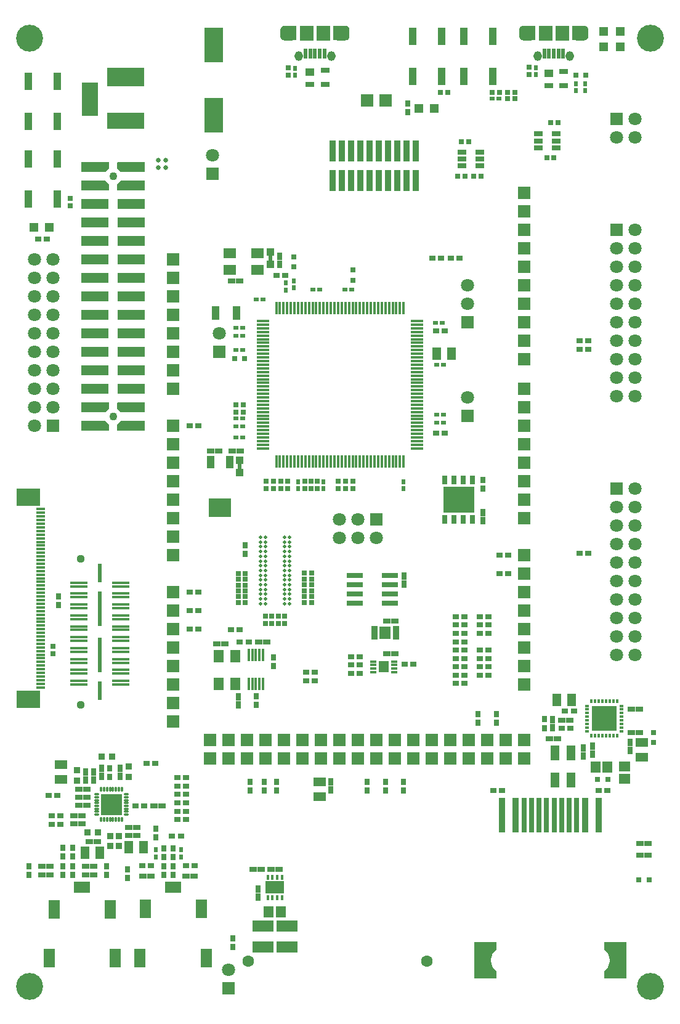
<source format=gts>
G04 Layer_Color=8388736*
%FSLAX43Y43*%
%MOMM*%
G71*
G01*
G75*
%ADD100C,0.700*%
%ADD105C,1.600*%
%ADD163R,0.510X0.900*%
%ADD164R,0.850X1.950*%
%ADD165R,0.650X0.700*%
%ADD166R,0.700X0.650*%
%ADD167R,0.900X0.750*%
%ADD168R,0.750X0.600*%
%ADD169R,0.600X0.750*%
%ADD170R,1.700X1.400*%
%ADD171R,1.100X2.350*%
%ADD172R,2.900X1.500*%
%ADD173R,0.750X0.900*%
%ADD174R,1.192X1.700*%
%ADD175R,0.800X0.800*%
%ADD176R,0.800X0.800*%
%ADD177R,1.050X1.100*%
%ADD178R,1.000X0.700*%
%ADD179R,0.700X1.000*%
%ADD180R,0.862X0.862*%
%ADD181R,0.862X0.862*%
%ADD182R,0.600X0.700*%
%ADD183R,1.700X1.192*%
%ADD184R,1.600X1.450*%
%ADD185R,1.450X1.600*%
%ADD186R,2.300X1.600*%
%ADD187R,1.600X2.500*%
%ADD188R,1.200X1.100*%
%ADD189R,1.200X0.700*%
%ADD190R,1.300X1.300*%
%ADD191R,1.300X1.300*%
%ADD192R,0.500X1.450*%
%ADD193R,1.150X0.700*%
%ADD194R,1.050X1.850*%
%ADD195R,2.600X4.700*%
%ADD196R,2.300X0.700*%
%ADD197R,0.400X1.800*%
%ADD198O,0.400X1.800*%
%ADD199O,1.800X0.400*%
%ADD200R,1.400X1.500*%
%ADD201R,0.950X0.400*%
%ADD202R,0.330X0.600*%
%ADD203R,3.500X3.500*%
%ADD204R,0.600X0.330*%
%ADD205C,0.470*%
%ADD206R,4.200X3.600*%
%ADD207R,0.700X1.200*%
%ADD208R,2.600X1.800*%
%ADD209R,0.450X0.775*%
%ADD210R,0.850X0.450*%
%ADD211R,1.550X1.750*%
%ADD212O,0.300X0.800*%
%ADD213O,0.800X0.300*%
%ADD214R,2.900X2.900*%
%ADD215R,1.400X1.700*%
%ADD216R,1.100X1.700*%
%ADD217R,3.100X2.600*%
%ADD218R,1.300X2.100*%
%ADD219R,2.100X5.000*%
%ADD220R,0.910X4.700*%
%ADD221R,0.710X4.700*%
%ADD222R,1.200X0.400*%
%ADD223R,3.200X2.400*%
%ADD224R,3.300X1.370*%
%ADD225R,3.783X1.370*%
%ADD226R,0.840X2.890*%
%ADD227R,0.530X4.800*%
%ADD228R,0.530X2.640*%
%ADD229R,2.370X0.380*%
%ADD230R,1.900X2.000*%
%ADD231C,3.700*%
%ADD232R,1.800X1.800*%
%ADD233C,1.800*%
%ADD234C,0.100*%
G04:AMPARAMS|DCode=235|XSize=2.2mm|YSize=2mm|CornerRadius=0.544mm|HoleSize=0mm|Usage=FLASHONLY|Rotation=0.000|XOffset=0mm|YOffset=0mm|HoleType=Round|Shape=RoundedRectangle|*
%AMROUNDEDRECTD235*
21,1,2.200,0.912,0,0,0.0*
21,1,1.112,2.000,0,0,0.0*
1,1,1.088,0.556,-0.456*
1,1,1.088,-0.556,-0.456*
1,1,1.088,-0.556,0.456*
1,1,1.088,0.556,0.456*
%
%ADD235ROUNDEDRECTD235*%
G04:AMPARAMS|DCode=236|XSize=1.15mm|YSize=1.35mm|CornerRadius=0.575mm|HoleSize=0mm|Usage=FLASHONLY|Rotation=180.000|XOffset=0mm|YOffset=0mm|HoleType=Round|Shape=RoundedRectangle|*
%AMROUNDEDRECTD236*
21,1,1.150,0.200,0,0,180.0*
21,1,0.000,1.350,0,0,180.0*
1,1,1.150,0.000,0.100*
1,1,1.150,0.000,0.100*
1,1,1.150,0.000,-0.100*
1,1,1.150,0.000,-0.100*
%
%ADD236ROUNDEDRECTD236*%
%ADD237R,1.800X1.800*%
%ADD238R,0.100X0.100*%
%ADD239R,2.300X4.600*%
%ADD240R,5.100X2.300*%
%ADD241R,5.100X2.500*%
%ADD242C,1.100*%
%ADD243C,1.120*%
%ADD244C,0.650*%
G36*
X-76810Y-52430D02*
X-76801Y-52432D01*
X-76792Y-52437D01*
X-76784Y-52443D01*
X-76778Y-52451D01*
X-76774Y-52460D01*
X-76771Y-52469D01*
X-76770Y-52479D01*
Y-53299D01*
X-76770Y-53299D01*
X-76770Y-53304D01*
X-76771Y-53309D01*
X-76773Y-53316D01*
X-76774Y-53318D01*
X-76778Y-53327D01*
X-76784Y-53334D01*
X-77234Y-53784D01*
X-77234Y-53784D01*
X-77238Y-53787D01*
X-77242Y-53791D01*
X-77251Y-53795D01*
X-77260Y-53798D01*
X-77261Y-53798D01*
X-77270Y-53799D01*
X-77270Y-53799D01*
X-80500D01*
X-80510Y-53798D01*
X-80519Y-53795D01*
X-80528Y-53791D01*
X-80536Y-53784D01*
X-80542Y-53777D01*
X-80546Y-53768D01*
X-80549Y-53759D01*
X-80550Y-53749D01*
Y-52479D01*
X-80549Y-52469D01*
X-80546Y-52460D01*
X-80542Y-52451D01*
X-80536Y-52443D01*
X-80528Y-52437D01*
X-80519Y-52432D01*
X-80510Y-52430D01*
X-80500Y-52429D01*
X-76820D01*
X-76810Y-52430D01*
D02*
G37*
G36*
X-71860D02*
X-71851Y-52432D01*
X-71842Y-52437D01*
X-71834Y-52443D01*
X-71828Y-52451D01*
X-71824Y-52460D01*
X-71821Y-52469D01*
X-71820Y-52479D01*
Y-53749D01*
X-71821Y-53759D01*
X-71824Y-53768D01*
X-71828Y-53777D01*
X-71834Y-53784D01*
X-71842Y-53791D01*
X-71851Y-53795D01*
X-71860Y-53798D01*
X-71870Y-53799D01*
X-75100D01*
X-75100Y-53799D01*
X-75109Y-53798D01*
X-75110Y-53798D01*
X-75119Y-53795D01*
X-75128Y-53791D01*
X-75132Y-53787D01*
X-75136Y-53784D01*
X-75136Y-53784D01*
X-75586Y-53334D01*
X-75592Y-53327D01*
X-75596Y-53318D01*
X-75597Y-53316D01*
X-75599Y-53309D01*
X-75600Y-53304D01*
X-75600Y-53299D01*
X-75600Y-53299D01*
Y-52479D01*
X-75599Y-52469D01*
X-75596Y-52460D01*
X-75592Y-52451D01*
X-75586Y-52443D01*
X-75578Y-52437D01*
X-75569Y-52432D01*
X-75560Y-52430D01*
X-75550Y-52429D01*
X-71870D01*
X-71860Y-52430D01*
D02*
G37*
G36*
X-77261Y-21950D02*
X-77260Y-21950D01*
X-77251Y-21952D01*
X-77242Y-21957D01*
X-77238Y-21961D01*
X-77234Y-21963D01*
X-77234Y-21963D01*
X-76784Y-22413D01*
X-76778Y-22421D01*
X-76774Y-22430D01*
X-76773Y-22432D01*
X-76771Y-22439D01*
X-76770Y-22444D01*
X-76770Y-22449D01*
X-76770Y-22449D01*
Y-23269D01*
X-76771Y-23279D01*
X-76774Y-23288D01*
X-76778Y-23297D01*
X-76784Y-23304D01*
X-76792Y-23311D01*
X-76801Y-23315D01*
X-76810Y-23318D01*
X-76820Y-23319D01*
X-80500D01*
X-80510Y-23318D01*
X-80519Y-23315D01*
X-80528Y-23311D01*
X-80536Y-23304D01*
X-80542Y-23297D01*
X-80546Y-23288D01*
X-80549Y-23279D01*
X-80550Y-23269D01*
Y-21999D01*
X-80549Y-21989D01*
X-80546Y-21980D01*
X-80542Y-21971D01*
X-80536Y-21963D01*
X-80528Y-21957D01*
X-80519Y-21952D01*
X-80510Y-21950D01*
X-80500Y-21949D01*
X-77270D01*
X-77270Y-21949D01*
X-77261Y-21950D01*
D02*
G37*
G36*
X-75100Y-54969D02*
X-71870D01*
X-71860Y-54970D01*
X-71851Y-54972D01*
X-71842Y-54977D01*
X-71834Y-54983D01*
X-71828Y-54991D01*
X-71824Y-55000D01*
X-71821Y-55009D01*
X-71820Y-55019D01*
Y-56289D01*
X-71821Y-56299D01*
X-71824Y-56308D01*
X-71828Y-56317D01*
X-71834Y-56324D01*
X-71842Y-56331D01*
X-71851Y-56335D01*
X-71860Y-56338D01*
X-71870Y-56339D01*
X-75550D01*
X-75560Y-56338D01*
X-75569Y-56335D01*
X-75578Y-56331D01*
X-75586Y-56324D01*
X-75592Y-56317D01*
X-75596Y-56308D01*
X-75599Y-56299D01*
X-75600Y-56289D01*
Y-55469D01*
X-75600Y-55469D01*
X-75600Y-55464D01*
X-75599Y-55459D01*
X-75597Y-55452D01*
X-75596Y-55450D01*
X-75592Y-55441D01*
X-75586Y-55433D01*
X-75136Y-54983D01*
X-75136Y-54983D01*
X-75132Y-54981D01*
X-75128Y-54977D01*
X-75119Y-54972D01*
X-75110Y-54970D01*
X-75109Y-54970D01*
X-75100Y-54969D01*
X-75100Y-54969D01*
D02*
G37*
G36*
X-23485Y-126596D02*
X-23476Y-126599D01*
X-23467Y-126603D01*
X-23459Y-126609D01*
X-23453Y-126617D01*
X-23449Y-126626D01*
X-23446Y-126635D01*
X-23445Y-126645D01*
X-23445Y-127576D01*
X-23445Y-127578D01*
X-23444Y-127582D01*
X-23444Y-127583D01*
X-23444Y-127584D01*
X-23444Y-127588D01*
X-23444Y-127592D01*
X-23444Y-127593D01*
X-23445Y-127594D01*
X-23446Y-127597D01*
X-23446Y-127601D01*
X-23447Y-127602D01*
X-23447Y-127603D01*
X-23449Y-127607D01*
X-23450Y-127610D01*
X-23451Y-127611D01*
X-23452Y-127612D01*
X-23454Y-127615D01*
X-23456Y-127618D01*
X-23457Y-127619D01*
X-23458Y-127620D01*
X-23461Y-127622D01*
X-23463Y-127625D01*
X-23578Y-127713D01*
X-23783Y-127914D01*
X-23953Y-128144D01*
X-24084Y-128398D01*
X-24174Y-128670D01*
X-24219Y-128952D01*
Y-129238D01*
X-24174Y-129520D01*
X-24084Y-129792D01*
X-23953Y-130046D01*
X-23783Y-130276D01*
X-23578Y-130477D01*
X-23463Y-130565D01*
X-23461Y-130567D01*
X-23459Y-130569D01*
X-23457Y-130571D01*
X-23456Y-130572D01*
X-23454Y-130574D01*
X-23452Y-130577D01*
X-23451Y-130578D01*
X-23450Y-130580D01*
X-23449Y-130583D01*
X-23448Y-130586D01*
X-23447Y-130587D01*
X-23446Y-130589D01*
X-23446Y-130592D01*
X-23445Y-130595D01*
X-23445Y-130597D01*
X-23444Y-130598D01*
X-23444Y-130602D01*
X-23444Y-130605D01*
X-23444Y-130607D01*
X-23444Y-130608D01*
X-23444Y-130611D01*
X-23445Y-130615D01*
Y-131545D01*
X-23446Y-131555D01*
X-23449Y-131564D01*
X-23453Y-131573D01*
X-23459Y-131581D01*
X-23467Y-131587D01*
X-23476Y-131591D01*
X-23485Y-131594D01*
X-23495Y-131595D01*
X-26495D01*
X-26505Y-131594D01*
X-26514Y-131591D01*
X-26523Y-131587D01*
X-26531Y-131581D01*
X-26537Y-131573D01*
X-26541Y-131564D01*
X-26544Y-131555D01*
X-26545Y-131545D01*
Y-126645D01*
X-26544Y-126635D01*
X-26541Y-126626D01*
X-26537Y-126617D01*
X-26531Y-126609D01*
X-26523Y-126603D01*
X-26514Y-126599D01*
X-26505Y-126596D01*
X-26495Y-126595D01*
X-23495D01*
X-23485Y-126596D01*
D02*
G37*
G36*
X-5645D02*
X-5636Y-126599D01*
X-5627Y-126603D01*
X-5619Y-126609D01*
X-5613Y-126617D01*
X-5609Y-126626D01*
X-5606Y-126635D01*
X-5605Y-126645D01*
Y-131545D01*
X-5606Y-131555D01*
X-5609Y-131564D01*
X-5613Y-131573D01*
X-5619Y-131581D01*
X-5627Y-131587D01*
X-5636Y-131591D01*
X-5645Y-131594D01*
X-5655Y-131595D01*
X-8655D01*
X-8665Y-131594D01*
X-8674Y-131591D01*
X-8683Y-131587D01*
X-8691Y-131581D01*
X-8697Y-131573D01*
X-8701Y-131564D01*
X-8704Y-131555D01*
X-8705Y-131545D01*
X-8705Y-130614D01*
X-8706Y-130612D01*
X-8706Y-130608D01*
X-8706Y-130607D01*
X-8706Y-130605D01*
X-8706Y-130602D01*
X-8706Y-130598D01*
X-8705Y-130597D01*
X-8705Y-130595D01*
X-8704Y-130592D01*
X-8704Y-130589D01*
X-8703Y-130587D01*
X-8703Y-130586D01*
X-8701Y-130583D01*
X-8700Y-130580D01*
X-8699Y-130579D01*
X-8698Y-130577D01*
X-8696Y-130575D01*
X-8694Y-130572D01*
X-8693Y-130571D01*
X-8692Y-130570D01*
X-8689Y-130567D01*
X-8687Y-130565D01*
X-8572Y-130477D01*
X-8367Y-130276D01*
X-8197Y-130046D01*
X-8066Y-129792D01*
X-7976Y-129520D01*
X-7931Y-129238D01*
Y-128952D01*
X-7976Y-128670D01*
X-8066Y-128398D01*
X-8197Y-128144D01*
X-8367Y-127914D01*
X-8572Y-127713D01*
X-8687Y-127625D01*
X-8689Y-127623D01*
X-8691Y-127621D01*
X-8693Y-127619D01*
X-8694Y-127618D01*
X-8696Y-127616D01*
X-8698Y-127613D01*
X-8699Y-127612D01*
X-8700Y-127610D01*
X-8701Y-127607D01*
X-8702Y-127604D01*
X-8703Y-127603D01*
X-8704Y-127601D01*
X-8704Y-127598D01*
X-8705Y-127595D01*
X-8705Y-127593D01*
X-8706Y-127592D01*
X-8706Y-127588D01*
X-8706Y-127585D01*
Y-127585D01*
X-8706Y-127583D01*
X-8706Y-127582D01*
X-8706Y-127579D01*
X-8705Y-127575D01*
Y-126645D01*
X-8704Y-126635D01*
X-8701Y-126626D01*
X-8697Y-126617D01*
X-8691Y-126609D01*
X-8683Y-126603D01*
X-8674Y-126599D01*
X-8665Y-126596D01*
X-8655Y-126595D01*
X-5655D01*
X-5645Y-126596D01*
D02*
G37*
G36*
X-77261Y-54970D02*
X-77260Y-54970D01*
X-77251Y-54972D01*
X-77242Y-54977D01*
X-77238Y-54981D01*
X-77234Y-54983D01*
X-77234Y-54983D01*
X-76784Y-55433D01*
X-76778Y-55441D01*
X-76774Y-55450D01*
X-76773Y-55452D01*
X-76771Y-55459D01*
X-76770Y-55464D01*
X-76770Y-55469D01*
X-76770Y-55469D01*
Y-56289D01*
X-76771Y-56299D01*
X-76774Y-56308D01*
X-76778Y-56317D01*
X-76784Y-56324D01*
X-76792Y-56331D01*
X-76801Y-56335D01*
X-76810Y-56338D01*
X-76820Y-56339D01*
X-80500D01*
X-80510Y-56338D01*
X-80519Y-56335D01*
X-80528Y-56331D01*
X-80536Y-56324D01*
X-80542Y-56317D01*
X-80546Y-56308D01*
X-80549Y-56299D01*
X-80550Y-56289D01*
Y-55019D01*
X-80549Y-55009D01*
X-80546Y-55000D01*
X-80542Y-54991D01*
X-80536Y-54983D01*
X-80528Y-54977D01*
X-80519Y-54972D01*
X-80510Y-54970D01*
X-80500Y-54969D01*
X-77270D01*
X-77270Y-54969D01*
X-77261Y-54970D01*
D02*
G37*
G36*
X-11398Y-675D02*
X-11396Y-675D01*
X-11348Y-679D01*
X-11347Y-679D01*
X-11345Y-679D01*
X-11292Y-686D01*
X-11289Y-687D01*
X-11285Y-688D01*
X-11232Y-703D01*
X-11230Y-703D01*
X-11228Y-704D01*
X-11185Y-720D01*
X-11183Y-721D01*
X-11181Y-722D01*
X-11139Y-742D01*
X-11137Y-743D01*
X-11134Y-745D01*
X-11090Y-773D01*
X-11088Y-774D01*
X-11087Y-775D01*
X-11049Y-804D01*
X-11047Y-805D01*
X-11046Y-806D01*
X-11007Y-840D01*
X-11004Y-843D01*
X-11001Y-846D01*
X-10972Y-882D01*
X-10971Y-883D01*
X-10971Y-884D01*
X-10943Y-921D01*
X-10941Y-923D01*
X-10940Y-926D01*
X-10916Y-967D01*
X-10915Y-969D01*
X-10914Y-970D01*
X-10894Y-1012D01*
X-10893Y-1014D01*
X-10892Y-1016D01*
X-10876Y-1058D01*
X-10875Y-1061D01*
X-10874Y-1064D01*
X-10862Y-1115D01*
X-10862Y-1117D01*
X-10861Y-1119D01*
X-10854Y-1164D01*
X-10854Y-1166D01*
X-10854Y-1168D01*
X-10850Y-1221D01*
X-10850Y-1223D01*
X-10850Y-1225D01*
Y-2125D01*
X-10850Y-2127D01*
X-10850Y-2129D01*
X-10854Y-2184D01*
X-10854Y-2186D01*
X-10855Y-2189D01*
X-10863Y-2234D01*
X-10863Y-2235D01*
X-10863Y-2237D01*
X-10875Y-2287D01*
X-10876Y-2290D01*
X-10877Y-2294D01*
X-10893Y-2334D01*
X-10906Y-2366D01*
X-10908Y-2370D01*
X-10910Y-2373D01*
X-10935Y-2416D01*
X-10936Y-2418D01*
X-10937Y-2420D01*
X-10963Y-2457D01*
X-10964Y-2458D01*
X-10965Y-2460D01*
X-10996Y-2498D01*
X-10999Y-2500D01*
X-11001Y-2503D01*
X-11046Y-2544D01*
X-11048Y-2546D01*
X-11050Y-2547D01*
X-11090Y-2577D01*
X-11092Y-2578D01*
X-11093Y-2579D01*
X-11139Y-2609D01*
X-11142Y-2610D01*
X-11145Y-2612D01*
X-11198Y-2636D01*
X-11201Y-2637D01*
X-11205Y-2638D01*
X-11292Y-2664D01*
X-11297Y-2665D01*
X-11301Y-2666D01*
X-11301Y-2666D01*
X-11301Y-2666D01*
X-11301D01*
X-11395Y-2675D01*
X-11398Y-2675D01*
X-11400Y-2675D01*
X-13000D01*
X-13010Y-2674D01*
X-13019Y-2671D01*
X-13028Y-2667D01*
X-13036Y-2661D01*
X-13042Y-2653D01*
X-13046Y-2644D01*
X-13049Y-2635D01*
X-13050Y-2625D01*
Y-725D01*
X-13049Y-715D01*
X-13046Y-706D01*
X-13042Y-697D01*
X-13036Y-689D01*
X-13028Y-683D01*
X-13019Y-679D01*
X-13010Y-676D01*
X-13000Y-675D01*
X-11400D01*
X-11398Y-675D01*
D02*
G37*
G36*
X-51024Y-676D02*
X-51015Y-679D01*
X-51006Y-683D01*
X-50998Y-689D01*
X-50992Y-697D01*
X-50988Y-706D01*
X-50985Y-715D01*
X-50984Y-725D01*
Y-2625D01*
X-50985Y-2635D01*
X-50988Y-2644D01*
X-50992Y-2653D01*
X-50998Y-2661D01*
X-51006Y-2667D01*
X-51015Y-2671D01*
X-51024Y-2674D01*
X-51034Y-2675D01*
X-52634D01*
X-52636Y-2675D01*
X-52638Y-2675D01*
X-52686Y-2671D01*
X-52687Y-2671D01*
X-52689Y-2671D01*
X-52742Y-2664D01*
X-52745Y-2663D01*
X-52749Y-2662D01*
X-52802Y-2647D01*
X-52804Y-2647D01*
X-52806Y-2646D01*
X-52849Y-2630D01*
X-52851Y-2629D01*
X-52853Y-2628D01*
X-52895Y-2608D01*
X-52897Y-2607D01*
X-52900Y-2605D01*
X-52944Y-2577D01*
X-52946Y-2576D01*
X-52947Y-2575D01*
X-52985Y-2546D01*
X-52987Y-2545D01*
X-52988Y-2544D01*
X-53027Y-2510D01*
X-53030Y-2507D01*
X-53033Y-2504D01*
X-53062Y-2468D01*
X-53063Y-2467D01*
X-53063Y-2466D01*
X-53091Y-2429D01*
X-53093Y-2427D01*
X-53094Y-2424D01*
X-53118Y-2383D01*
X-53119Y-2381D01*
X-53120Y-2380D01*
X-53140Y-2338D01*
X-53141Y-2336D01*
X-53142Y-2334D01*
X-53158Y-2292D01*
X-53159Y-2289D01*
X-53160Y-2286D01*
X-53172Y-2235D01*
X-53172Y-2233D01*
X-53173Y-2231D01*
X-53180Y-2186D01*
X-53180Y-2184D01*
X-53180Y-2182D01*
X-53184Y-2129D01*
X-53184Y-2127D01*
X-53184Y-2125D01*
Y-1225D01*
X-53184Y-1223D01*
X-53184Y-1221D01*
X-53180Y-1166D01*
X-53180Y-1164D01*
X-53179Y-1161D01*
X-53171Y-1116D01*
X-53171Y-1115D01*
X-53171Y-1113D01*
X-53159Y-1063D01*
X-53158Y-1060D01*
X-53157Y-1056D01*
X-53141Y-1016D01*
X-53128Y-984D01*
X-53126Y-980D01*
X-53124Y-977D01*
X-53099Y-934D01*
X-53098Y-932D01*
X-53097Y-930D01*
X-53071Y-893D01*
X-53070Y-892D01*
X-53069Y-890D01*
X-53038Y-852D01*
X-53035Y-850D01*
X-53033Y-847D01*
X-52988Y-806D01*
X-52986Y-804D01*
X-52984Y-803D01*
X-52944Y-773D01*
X-52942Y-772D01*
X-52941Y-771D01*
X-52895Y-742D01*
X-52892Y-740D01*
X-52889Y-738D01*
X-52836Y-714D01*
X-52833Y-713D01*
X-52829Y-712D01*
X-52742Y-686D01*
X-52737Y-685D01*
X-52733Y-684D01*
X-52733Y-684D01*
X-52733Y-684D01*
X-52733D01*
X-52639Y-675D01*
X-52636Y-675D01*
X-52634Y-675D01*
X-51034D01*
X-51024Y-676D01*
D02*
G37*
G36*
X-18190D02*
X-18181Y-679D01*
X-18172Y-683D01*
X-18164Y-689D01*
X-18158Y-697D01*
X-18154Y-706D01*
X-18151Y-715D01*
X-18150Y-725D01*
Y-2625D01*
X-18151Y-2635D01*
X-18154Y-2644D01*
X-18158Y-2653D01*
X-18164Y-2661D01*
X-18172Y-2667D01*
X-18181Y-2671D01*
X-18190Y-2674D01*
X-18200Y-2675D01*
X-19800D01*
X-19802Y-2675D01*
X-19804Y-2675D01*
X-19852Y-2671D01*
X-19853Y-2671D01*
X-19855Y-2671D01*
X-19908Y-2664D01*
X-19911Y-2663D01*
X-19915Y-2662D01*
X-19968Y-2647D01*
X-19970Y-2647D01*
X-19972Y-2646D01*
X-20015Y-2630D01*
X-20017Y-2629D01*
X-20019Y-2628D01*
X-20061Y-2608D01*
X-20063Y-2607D01*
X-20066Y-2605D01*
X-20110Y-2577D01*
X-20112Y-2576D01*
X-20113Y-2575D01*
X-20151Y-2546D01*
X-20153Y-2545D01*
X-20154Y-2544D01*
X-20193Y-2510D01*
X-20196Y-2507D01*
X-20199Y-2504D01*
X-20228Y-2468D01*
X-20229Y-2467D01*
X-20229Y-2466D01*
X-20257Y-2429D01*
X-20259Y-2427D01*
X-20260Y-2424D01*
X-20284Y-2383D01*
X-20285Y-2381D01*
X-20286Y-2380D01*
X-20306Y-2338D01*
X-20307Y-2336D01*
X-20308Y-2334D01*
X-20324Y-2292D01*
X-20325Y-2289D01*
X-20326Y-2286D01*
X-20338Y-2235D01*
X-20338Y-2233D01*
X-20339Y-2231D01*
X-20346Y-2186D01*
X-20346Y-2184D01*
X-20346Y-2182D01*
X-20350Y-2129D01*
X-20350Y-2127D01*
X-20350Y-2125D01*
Y-1225D01*
X-20350Y-1223D01*
X-20350Y-1221D01*
X-20346Y-1166D01*
X-20346Y-1164D01*
X-20345Y-1161D01*
X-20337Y-1116D01*
X-20337Y-1115D01*
X-20337Y-1113D01*
X-20325Y-1063D01*
X-20324Y-1060D01*
X-20323Y-1056D01*
X-20307Y-1016D01*
X-20294Y-984D01*
X-20292Y-980D01*
X-20290Y-977D01*
X-20265Y-934D01*
X-20264Y-932D01*
X-20263Y-930D01*
X-20237Y-893D01*
X-20236Y-892D01*
X-20235Y-890D01*
X-20204Y-852D01*
X-20201Y-850D01*
X-20199Y-847D01*
X-20154Y-806D01*
X-20152Y-804D01*
X-20150Y-803D01*
X-20110Y-773D01*
X-20108Y-772D01*
X-20107Y-771D01*
X-20061Y-742D01*
X-20058Y-740D01*
X-20055Y-738D01*
X-20002Y-714D01*
X-19999Y-713D01*
X-19995Y-712D01*
X-19908Y-686D01*
X-19903Y-685D01*
X-19899Y-684D01*
X-19899Y-684D01*
X-19899Y-684D01*
X-19899D01*
X-19805Y-675D01*
X-19802Y-675D01*
X-19800Y-675D01*
X-18200D01*
X-18190Y-676D01*
D02*
G37*
G36*
X-44232Y-675D02*
X-44230Y-675D01*
X-44182Y-679D01*
X-44181Y-679D01*
X-44179Y-679D01*
X-44126Y-686D01*
X-44123Y-687D01*
X-44119Y-688D01*
X-44066Y-703D01*
X-44064Y-703D01*
X-44062Y-704D01*
X-44019Y-720D01*
X-44017Y-721D01*
X-44015Y-722D01*
X-43973Y-742D01*
X-43971Y-743D01*
X-43968Y-745D01*
X-43924Y-773D01*
X-43922Y-774D01*
X-43921Y-775D01*
X-43883Y-804D01*
X-43881Y-805D01*
X-43880Y-806D01*
X-43841Y-840D01*
X-43838Y-843D01*
X-43835Y-846D01*
X-43806Y-882D01*
X-43805Y-883D01*
X-43805Y-884D01*
X-43777Y-921D01*
X-43775Y-923D01*
X-43774Y-926D01*
X-43750Y-967D01*
X-43749Y-969D01*
X-43748Y-970D01*
X-43728Y-1012D01*
X-43727Y-1014D01*
X-43726Y-1016D01*
X-43710Y-1058D01*
X-43709Y-1061D01*
X-43708Y-1064D01*
X-43696Y-1115D01*
X-43696Y-1117D01*
X-43695Y-1119D01*
X-43688Y-1164D01*
X-43688Y-1166D01*
X-43688Y-1168D01*
X-43684Y-1221D01*
X-43684Y-1223D01*
X-43684Y-1225D01*
Y-2125D01*
X-43684Y-2127D01*
X-43684Y-2129D01*
X-43688Y-2184D01*
X-43688Y-2186D01*
X-43689Y-2189D01*
X-43697Y-2234D01*
X-43697Y-2235D01*
X-43697Y-2237D01*
X-43709Y-2287D01*
X-43710Y-2290D01*
X-43711Y-2294D01*
X-43727Y-2334D01*
X-43740Y-2366D01*
X-43742Y-2370D01*
X-43744Y-2373D01*
X-43769Y-2416D01*
X-43770Y-2418D01*
X-43771Y-2420D01*
X-43797Y-2457D01*
X-43798Y-2458D01*
X-43799Y-2460D01*
X-43830Y-2498D01*
X-43833Y-2500D01*
X-43835Y-2503D01*
X-43880Y-2544D01*
X-43882Y-2546D01*
X-43884Y-2547D01*
X-43924Y-2577D01*
X-43926Y-2578D01*
X-43927Y-2579D01*
X-43973Y-2609D01*
X-43976Y-2610D01*
X-43979Y-2612D01*
X-44032Y-2636D01*
X-44035Y-2637D01*
X-44039Y-2638D01*
X-44126Y-2664D01*
X-44131Y-2665D01*
X-44135Y-2666D01*
X-44135Y-2666D01*
X-44135Y-2666D01*
X-44135D01*
X-44229Y-2675D01*
X-44232Y-2675D01*
X-44234Y-2675D01*
X-45834D01*
X-45844Y-2674D01*
X-45853Y-2671D01*
X-45862Y-2667D01*
X-45870Y-2661D01*
X-45876Y-2653D01*
X-45880Y-2644D01*
X-45883Y-2635D01*
X-45884Y-2625D01*
Y-725D01*
X-45883Y-715D01*
X-45880Y-706D01*
X-45876Y-697D01*
X-45870Y-689D01*
X-45862Y-683D01*
X-45853Y-679D01*
X-45844Y-676D01*
X-45834Y-675D01*
X-44234D01*
X-44232Y-675D01*
D02*
G37*
G36*
X-75100Y-21949D02*
X-71870D01*
X-71860Y-21950D01*
X-71851Y-21952D01*
X-71842Y-21957D01*
X-71834Y-21963D01*
X-71828Y-21971D01*
X-71824Y-21980D01*
X-71821Y-21989D01*
X-71820Y-21999D01*
Y-23269D01*
X-71821Y-23279D01*
X-71824Y-23288D01*
X-71828Y-23297D01*
X-71834Y-23304D01*
X-71842Y-23311D01*
X-71851Y-23315D01*
X-71860Y-23318D01*
X-71870Y-23319D01*
X-75550D01*
X-75560Y-23318D01*
X-75569Y-23315D01*
X-75578Y-23311D01*
X-75586Y-23304D01*
X-75592Y-23297D01*
X-75596Y-23288D01*
X-75599Y-23279D01*
X-75600Y-23269D01*
Y-22449D01*
X-75600Y-22449D01*
X-75600Y-22444D01*
X-75599Y-22439D01*
X-75597Y-22432D01*
X-75596Y-22430D01*
X-75592Y-22421D01*
X-75586Y-22413D01*
X-75136Y-21963D01*
X-75136Y-21963D01*
X-75132Y-21961D01*
X-75128Y-21957D01*
X-75119Y-21952D01*
X-75110Y-21950D01*
X-75109Y-21950D01*
X-75100Y-21949D01*
X-75100Y-21949D01*
D02*
G37*
G36*
X-76810Y-19410D02*
X-76801Y-19412D01*
X-76792Y-19417D01*
X-76784Y-19423D01*
X-76778Y-19431D01*
X-76774Y-19440D01*
X-76771Y-19449D01*
X-76770Y-19459D01*
Y-20279D01*
X-76770Y-20279D01*
X-76770Y-20284D01*
X-76771Y-20289D01*
X-76773Y-20296D01*
X-76774Y-20298D01*
X-76778Y-20307D01*
X-76784Y-20314D01*
X-77234Y-20764D01*
X-77234Y-20764D01*
X-77238Y-20767D01*
X-77242Y-20771D01*
X-77251Y-20775D01*
X-77260Y-20778D01*
X-77261Y-20778D01*
X-77270Y-20779D01*
X-77270Y-20779D01*
X-80500D01*
X-80510Y-20778D01*
X-80519Y-20775D01*
X-80528Y-20771D01*
X-80536Y-20764D01*
X-80542Y-20757D01*
X-80546Y-20748D01*
X-80549Y-20739D01*
X-80550Y-20729D01*
Y-19459D01*
X-80549Y-19449D01*
X-80546Y-19440D01*
X-80542Y-19431D01*
X-80536Y-19423D01*
X-80528Y-19417D01*
X-80519Y-19412D01*
X-80510Y-19410D01*
X-80500Y-19409D01*
X-76820D01*
X-76810Y-19410D01*
D02*
G37*
G36*
X-71860D02*
X-71851Y-19412D01*
X-71842Y-19417D01*
X-71834Y-19423D01*
X-71828Y-19431D01*
X-71824Y-19440D01*
X-71821Y-19449D01*
X-71820Y-19459D01*
Y-20729D01*
X-71821Y-20739D01*
X-71824Y-20748D01*
X-71828Y-20757D01*
X-71834Y-20764D01*
X-71842Y-20771D01*
X-71851Y-20775D01*
X-71860Y-20778D01*
X-71870Y-20779D01*
X-75100D01*
X-75100Y-20779D01*
X-75109Y-20778D01*
X-75110Y-20778D01*
X-75119Y-20775D01*
X-75128Y-20771D01*
X-75132Y-20767D01*
X-75136Y-20764D01*
X-75136Y-20764D01*
X-75586Y-20314D01*
X-75592Y-20307D01*
X-75596Y-20298D01*
X-75597Y-20296D01*
X-75599Y-20289D01*
X-75600Y-20284D01*
X-75600Y-20279D01*
X-75600Y-20279D01*
Y-19459D01*
X-75599Y-19449D01*
X-75596Y-19440D01*
X-75592Y-19431D01*
X-75586Y-19423D01*
X-75578Y-19417D01*
X-75569Y-19412D01*
X-75560Y-19410D01*
X-75550Y-19409D01*
X-71870D01*
X-71860Y-19410D01*
D02*
G37*
D100*
X-9675Y-95875D02*
D03*
X-7675D02*
D03*
X-9675Y-96875D02*
D03*
Y-94875D02*
D03*
X-7675Y-96875D02*
D03*
Y-94875D02*
D03*
X-8675Y-95875D02*
D03*
Y-96875D02*
D03*
Y-94875D02*
D03*
D105*
X-33028Y-129200D02*
D03*
X-57628D02*
D03*
D163*
X-58755Y-61225D02*
D03*
X-54570Y-32575D02*
D03*
D164*
X-37325Y-84125D02*
D03*
X-40225D02*
D03*
D165*
X-52622Y-81777D02*
D03*
Y-82777D02*
D03*
X-53489Y-81777D02*
D03*
Y-82777D02*
D03*
X-54355Y-81777D02*
D03*
Y-82777D02*
D03*
X-55222Y-81777D02*
D03*
Y-82777D02*
D03*
X-49850Y-64300D02*
D03*
Y-63300D02*
D03*
X-48100Y-64300D02*
D03*
Y-63300D02*
D03*
X-48975Y-64300D02*
D03*
Y-63300D02*
D03*
X-45250Y-64300D02*
D03*
Y-63300D02*
D03*
X-43250Y-64300D02*
D03*
Y-63300D02*
D03*
X-52151Y-64300D02*
D03*
Y-63300D02*
D03*
X-53137Y-64300D02*
D03*
Y-63300D02*
D03*
X-54124Y-64300D02*
D03*
Y-63300D02*
D03*
X-55111Y-64300D02*
D03*
Y-63300D02*
D03*
X-82050Y-24425D02*
D03*
Y-25425D02*
D03*
X-52100Y-7478D02*
D03*
Y-6478D02*
D03*
X-19000Y-7400D02*
D03*
Y-6400D02*
D03*
X-84414Y-86946D02*
D03*
Y-85946D02*
D03*
X-44250Y-63300D02*
D03*
Y-64300D02*
D03*
D166*
X-49858Y-79911D02*
D03*
X-48858D02*
D03*
X-49858Y-79106D02*
D03*
X-48858D02*
D03*
X-49858Y-78301D02*
D03*
X-48858D02*
D03*
X-49858Y-77495D02*
D03*
X-48858D02*
D03*
X-49858Y-76690D02*
D03*
X-48858D02*
D03*
X-49858Y-75885D02*
D03*
X-48858D02*
D03*
X-57986Y-75950D02*
D03*
X-58986D02*
D03*
X-57986Y-76742D02*
D03*
X-58986D02*
D03*
X-57986Y-77534D02*
D03*
X-58986D02*
D03*
X-57986Y-78327D02*
D03*
X-58986D02*
D03*
X-57986Y-79119D02*
D03*
X-58986D02*
D03*
X-57986Y-79911D02*
D03*
X-58986D02*
D03*
X-16025Y-14000D02*
D03*
X-15025D02*
D03*
X-59300Y-53750D02*
D03*
X-58300D02*
D03*
X-59300Y-52750D02*
D03*
X-58300D02*
D03*
X-20975Y-10675D02*
D03*
X-21975D02*
D03*
X-31150Y-9850D02*
D03*
X-30150D02*
D03*
X-24100Y-9800D02*
D03*
X-23100D02*
D03*
X-21975D02*
D03*
X-20975D02*
D03*
X-15575Y-18800D02*
D03*
X-16575D02*
D03*
X-25632Y-21324D02*
D03*
X-26632D02*
D03*
X-28297Y-16630D02*
D03*
X-27297D02*
D03*
X-27827Y-21324D02*
D03*
X-28827D02*
D03*
D167*
X-30593Y-42578D02*
D03*
X-31793D02*
D03*
X-28542Y-32600D02*
D03*
X-29742D02*
D03*
X-31115D02*
D03*
X-32315D02*
D03*
X-57550Y-85325D02*
D03*
X-58750D02*
D03*
X-70400Y-102025D02*
D03*
X-71600D02*
D03*
X-85075Y-106400D02*
D03*
X-83875D02*
D03*
X-64975Y-116125D02*
D03*
X-66175D02*
D03*
X-72150D02*
D03*
X-70950D02*
D03*
X-66875Y-112025D02*
D03*
X-68075D02*
D03*
X-84650Y-110400D02*
D03*
X-83450D02*
D03*
X-84650Y-109250D02*
D03*
X-83450D02*
D03*
X-66125Y-104000D02*
D03*
X-67325D02*
D03*
X-71900Y-107875D02*
D03*
X-73100D02*
D03*
X-25794Y-87623D02*
D03*
X-24594D02*
D03*
X-25788Y-84173D02*
D03*
X-24588D02*
D03*
X-24594Y-88773D02*
D03*
X-25794D02*
D03*
X-25794Y-89923D02*
D03*
X-24594D02*
D03*
X-25794Y-81873D02*
D03*
X-24594D02*
D03*
X-25794Y-83023D02*
D03*
X-24594D02*
D03*
X-25794Y-86473D02*
D03*
X-24594D02*
D03*
X-27869Y-88773D02*
D03*
X-29069D02*
D03*
X-12850Y-94825D02*
D03*
X-14050D02*
D03*
X-27869Y-85323D02*
D03*
X-29069D02*
D03*
X-27869Y-89923D02*
D03*
X-29069D02*
D03*
X-27869Y-81873D02*
D03*
X-29069D02*
D03*
X-27869Y-83023D02*
D03*
X-29069D02*
D03*
X-27869Y-86473D02*
D03*
X-29069D02*
D03*
X-27869Y-87623D02*
D03*
X-29069D02*
D03*
X-27869Y-84173D02*
D03*
X-29069D02*
D03*
X-14550Y-97250D02*
D03*
X-13350D02*
D03*
X-23900Y-105800D02*
D03*
X-22700D02*
D03*
X-9450Y-105775D02*
D03*
X-8250D02*
D03*
X-27869Y-91048D02*
D03*
X-29069D02*
D03*
X-34925Y-88425D02*
D03*
X-36125D02*
D03*
X-42300Y-87375D02*
D03*
X-43500D02*
D03*
X-42300Y-88525D02*
D03*
X-43500D02*
D03*
X-42300Y-89675D02*
D03*
X-43500D02*
D03*
X-86450Y-29969D02*
D03*
X-85250D02*
D03*
X-52528Y-34968D02*
D03*
X-53728D02*
D03*
X-48475Y-90650D02*
D03*
X-49675D02*
D03*
X-48475Y-89500D02*
D03*
X-49675D02*
D03*
X-66125Y-105150D02*
D03*
X-67325D02*
D03*
X-66125Y-106300D02*
D03*
X-67325D02*
D03*
X-66125Y-108600D02*
D03*
X-67325D02*
D03*
X-60000Y-83675D02*
D03*
X-58800D02*
D03*
X-66125Y-109750D02*
D03*
X-67325D02*
D03*
X-66125Y-107450D02*
D03*
X-67325D02*
D03*
X-64475Y-83594D02*
D03*
X-65675D02*
D03*
X-64475Y-81069D02*
D03*
X-65675D02*
D03*
X-64475Y-78519D02*
D03*
X-65675D02*
D03*
X-64475Y-55644D02*
D03*
X-65675D02*
D03*
X-12050Y-73175D02*
D03*
X-10850D02*
D03*
X-23100Y-75969D02*
D03*
X-21900D02*
D03*
X-23100Y-73419D02*
D03*
X-21900D02*
D03*
X-12050Y-45125D02*
D03*
X-10850D02*
D03*
X-12050Y-43975D02*
D03*
X-10850D02*
D03*
X-30600Y-56649D02*
D03*
X-31800D02*
D03*
D168*
X-58325Y-45250D02*
D03*
X-59275D02*
D03*
X-43350Y-36900D02*
D03*
X-44300D02*
D03*
X-31850Y-41475D02*
D03*
X-30900D02*
D03*
X-31675Y-54150D02*
D03*
X-30725D02*
D03*
X-58325Y-57250D02*
D03*
X-59275D02*
D03*
X-58325Y-54650D02*
D03*
X-59275D02*
D03*
X-58325Y-42200D02*
D03*
X-59275D02*
D03*
X-55575Y-38250D02*
D03*
X-56525D02*
D03*
X-48725Y-36900D02*
D03*
X-47775D02*
D03*
X-31675Y-47250D02*
D03*
X-30725D02*
D03*
X-31675Y-55250D02*
D03*
X-30725D02*
D03*
X-58325Y-55750D02*
D03*
X-59275D02*
D03*
X-58325Y-43300D02*
D03*
X-59275D02*
D03*
X-24075Y-10675D02*
D03*
X-23125D02*
D03*
D169*
X-51300Y-36675D02*
D03*
Y-35725D02*
D03*
X-47250Y-63325D02*
D03*
Y-64275D02*
D03*
X-36250Y-63325D02*
D03*
Y-64275D02*
D03*
X-50750Y-63325D02*
D03*
Y-64275D02*
D03*
X-52450Y-36025D02*
D03*
Y-36975D02*
D03*
X-51200Y-6503D02*
D03*
Y-7453D02*
D03*
X-11300Y-9575D02*
D03*
Y-8625D02*
D03*
X-12600Y-9575D02*
D03*
Y-8625D02*
D03*
X-18100Y-6425D02*
D03*
Y-7375D02*
D03*
D170*
X-60175Y-31925D02*
D03*
X-56375D02*
D03*
Y-34225D02*
D03*
X-60175D02*
D03*
D171*
X-83850Y-13825D02*
D03*
Y-8325D02*
D03*
X-87850D02*
D03*
Y-13825D02*
D03*
X-31000Y-7650D02*
D03*
Y-2150D02*
D03*
X-35000D02*
D03*
Y-7650D02*
D03*
X-24000D02*
D03*
Y-2150D02*
D03*
X-28000D02*
D03*
Y-7650D02*
D03*
X-83850Y-24450D02*
D03*
Y-18950D02*
D03*
X-87850D02*
D03*
Y-24450D02*
D03*
D172*
X-52305Y-127300D02*
D03*
Y-124400D02*
D03*
X-55605D02*
D03*
Y-127300D02*
D03*
D173*
X-76625Y-102675D02*
D03*
Y-103875D02*
D03*
X-56500Y-94025D02*
D03*
Y-92825D02*
D03*
X-74200Y-117825D02*
D03*
Y-116625D02*
D03*
X-87725Y-117350D02*
D03*
Y-116150D02*
D03*
X-77075Y-117350D02*
D03*
Y-116150D02*
D03*
X-70300Y-112200D02*
D03*
Y-111000D02*
D03*
X-67900Y-114900D02*
D03*
Y-113700D02*
D03*
X-69225Y-114900D02*
D03*
Y-113700D02*
D03*
X-81725Y-113650D02*
D03*
Y-114850D02*
D03*
X-83075Y-113650D02*
D03*
Y-114850D02*
D03*
X-16875Y-95975D02*
D03*
Y-97175D02*
D03*
X-59700Y-126100D02*
D03*
Y-127300D02*
D03*
X-57377Y-104550D02*
D03*
Y-105750D02*
D03*
X-53678Y-104550D02*
D03*
Y-105750D02*
D03*
X-55377Y-104550D02*
D03*
Y-105750D02*
D03*
X-36253Y-104550D02*
D03*
Y-105750D02*
D03*
X-38753Y-104550D02*
D03*
Y-105750D02*
D03*
X-41253Y-104550D02*
D03*
Y-105750D02*
D03*
X-25325Y-64300D02*
D03*
Y-63100D02*
D03*
X-58050Y-72075D02*
D03*
Y-73275D02*
D03*
X-54100Y-87475D02*
D03*
Y-88675D02*
D03*
X-26025Y-95269D02*
D03*
Y-96469D02*
D03*
X-23475Y-95275D02*
D03*
Y-96475D02*
D03*
X-69225Y-117400D02*
D03*
Y-116200D02*
D03*
X-81725Y-116150D02*
D03*
Y-117350D02*
D03*
X-83075Y-116150D02*
D03*
Y-117350D02*
D03*
X-35675Y-11350D02*
D03*
Y-12550D02*
D03*
X-83706Y-80300D02*
D03*
Y-79100D02*
D03*
X-67900Y-117400D02*
D03*
Y-116200D02*
D03*
D174*
X-73991Y-113525D02*
D03*
X-71959D02*
D03*
X-78034Y-114300D02*
D03*
X-80066D02*
D03*
X-31725Y-45725D02*
D03*
X-29693D02*
D03*
X-13150Y-93275D02*
D03*
X-15182D02*
D03*
D175*
X-1925Y-99175D02*
D03*
Y-97775D02*
D03*
X-43175Y-34250D02*
D03*
Y-35650D02*
D03*
X-51300Y-32426D02*
D03*
Y-33826D02*
D03*
D176*
X-8175Y-104225D02*
D03*
X-9575D02*
D03*
X-58075Y-46400D02*
D03*
X-59475D02*
D03*
X-11200Y-7500D02*
D03*
X-12600D02*
D03*
X-3925Y-118075D02*
D03*
X-2525D02*
D03*
D177*
X-58750Y-60375D02*
D03*
Y-62075D02*
D03*
X-54575Y-33425D02*
D03*
Y-31725D02*
D03*
D178*
X-54475Y-116580D02*
D03*
X-53375D02*
D03*
X-55850D02*
D03*
X-56950D02*
D03*
X-61925Y-85625D02*
D03*
X-60825D02*
D03*
X-55100Y-85350D02*
D03*
X-56200D02*
D03*
X-74050Y-110875D02*
D03*
X-72950D02*
D03*
X-74050Y-111975D02*
D03*
X-72950D02*
D03*
X-78325Y-112750D02*
D03*
X-79425D02*
D03*
X-79750Y-106700D02*
D03*
X-80850D02*
D03*
X-79750Y-107800D02*
D03*
X-80850D02*
D03*
X-66125Y-117500D02*
D03*
X-65025D02*
D03*
X-71000D02*
D03*
X-72100D02*
D03*
X-80850Y-105600D02*
D03*
X-79750D02*
D03*
X-80500Y-110375D02*
D03*
X-81600D02*
D03*
X-80500Y-109275D02*
D03*
X-81600D02*
D03*
X-84850Y-117350D02*
D03*
X-85950D02*
D03*
X-79950D02*
D03*
X-78850D02*
D03*
X-84850Y-116150D02*
D03*
X-85950D02*
D03*
X-79950D02*
D03*
X-78850D02*
D03*
X-69425Y-107875D02*
D03*
X-70525D02*
D03*
X-13400Y-96125D02*
D03*
X-14500D02*
D03*
X-4950Y-97825D02*
D03*
X-3850D02*
D03*
X-16200Y-98650D02*
D03*
X-15100D02*
D03*
X-3775Y-114665D02*
D03*
X-2675D02*
D03*
X-3775Y-113025D02*
D03*
X-2675D02*
D03*
X-4950Y-94625D02*
D03*
X-3850D02*
D03*
X-37475Y-82475D02*
D03*
X-38575D02*
D03*
X-37475Y-86925D02*
D03*
X-38575D02*
D03*
X-58800Y-35750D02*
D03*
X-59900D02*
D03*
X-61675Y-59075D02*
D03*
X-62775D02*
D03*
X-58725D02*
D03*
X-59825D02*
D03*
D179*
X-77750Y-103825D02*
D03*
Y-102725D02*
D03*
X-78850Y-104325D02*
D03*
Y-103225D02*
D03*
X-79975Y-104325D02*
D03*
Y-103225D02*
D03*
X-58975Y-92875D02*
D03*
Y-93975D02*
D03*
X-75250Y-103832D02*
D03*
Y-102732D02*
D03*
X-15750Y-96025D02*
D03*
Y-97125D02*
D03*
X-5100Y-99125D02*
D03*
Y-100225D02*
D03*
X-11525Y-101000D02*
D03*
Y-99900D02*
D03*
X-10250Y-99650D02*
D03*
Y-100750D02*
D03*
X-46248Y-104600D02*
D03*
Y-105700D02*
D03*
X-25325Y-68650D02*
D03*
Y-67550D02*
D03*
X-36225Y-76275D02*
D03*
Y-77375D02*
D03*
X-53275Y-33475D02*
D03*
Y-32375D02*
D03*
X-56250Y-120380D02*
D03*
Y-119280D02*
D03*
D180*
X-81175Y-104374D02*
D03*
Y-102977D02*
D03*
X-74025Y-103881D02*
D03*
Y-102484D02*
D03*
X-76600Y-112002D02*
D03*
Y-113398D02*
D03*
X-75400Y-112002D02*
D03*
Y-113398D02*
D03*
D181*
X-78276Y-111550D02*
D03*
X-79674D02*
D03*
X-76352Y-101075D02*
D03*
X-77748D02*
D03*
D182*
X-70333Y-113851D02*
D03*
X-70333Y-114901D02*
D03*
X-66802Y-113851D02*
D03*
X-66802Y-114901D02*
D03*
D183*
X-3525Y-99150D02*
D03*
Y-101182D02*
D03*
X-47823Y-104550D02*
D03*
Y-106582D02*
D03*
X-83325Y-104266D02*
D03*
Y-102234D02*
D03*
D184*
X-5900Y-102500D02*
D03*
Y-104150D02*
D03*
D185*
X-9875Y-102550D02*
D03*
X-8225D02*
D03*
X-53125Y-122455D02*
D03*
X-54775D02*
D03*
D186*
X-67925Y-119025D02*
D03*
X-80425Y-119075D02*
D03*
D187*
X-63375Y-128775D02*
D03*
X-72475D02*
D03*
X-64075Y-122025D02*
D03*
X-71775D02*
D03*
X-75875Y-128825D02*
D03*
X-84975D02*
D03*
X-76575Y-122075D02*
D03*
X-84275D02*
D03*
D188*
X-16325Y-7178D02*
D03*
X-49159Y-7028D02*
D03*
D189*
X-16325Y-8878D02*
D03*
X-14225D02*
D03*
Y-6978D02*
D03*
X-49159Y-8728D02*
D03*
X-47059D02*
D03*
Y-6828D02*
D03*
D190*
X-34150Y-12000D02*
D03*
X-32050D02*
D03*
X-84954Y-28350D02*
D03*
X-87054D02*
D03*
D191*
X-6500Y-1450D02*
D03*
Y-3550D02*
D03*
X-8750Y-1450D02*
D03*
Y-3550D02*
D03*
D192*
X-49734Y-4475D02*
D03*
X-49084D02*
D03*
X-47134D02*
D03*
X-47784D02*
D03*
X-48434D02*
D03*
X-16900D02*
D03*
X-16250D02*
D03*
X-15600D02*
D03*
X-14950D02*
D03*
X-14300D02*
D03*
D193*
X-25807Y-19918D02*
D03*
Y-18968D02*
D03*
Y-18018D02*
D03*
X-28257D02*
D03*
Y-18968D02*
D03*
Y-19918D02*
D03*
X-15287Y-17445D02*
D03*
Y-16495D02*
D03*
Y-15545D02*
D03*
X-17737D02*
D03*
Y-16495D02*
D03*
Y-17445D02*
D03*
D194*
X-62125Y-40125D02*
D03*
X-59175D02*
D03*
D195*
X-62325Y-3350D02*
D03*
Y-12950D02*
D03*
D196*
X-42925Y-76220D02*
D03*
Y-77490D02*
D03*
Y-78760D02*
D03*
Y-80030D02*
D03*
X-38125Y-76220D02*
D03*
Y-77490D02*
D03*
Y-78760D02*
D03*
Y-80030D02*
D03*
D197*
X-55550Y-87100D02*
D03*
X-56050D02*
D03*
X-56550D02*
D03*
X-57050D02*
D03*
X-57550D02*
D03*
X-55550Y-91100D02*
D03*
X-56050D02*
D03*
X-56550D02*
D03*
X-57050D02*
D03*
X-57550D02*
D03*
D198*
X-53750Y-39450D02*
D03*
X-53250D02*
D03*
X-52750D02*
D03*
X-52250D02*
D03*
X-51750D02*
D03*
X-51250D02*
D03*
X-50750D02*
D03*
X-49250D02*
D03*
X-48750D02*
D03*
X-48250D02*
D03*
X-47750D02*
D03*
X-47250D02*
D03*
X-46750D02*
D03*
X-46250D02*
D03*
X-45750D02*
D03*
X-45250D02*
D03*
X-44750D02*
D03*
X-44250D02*
D03*
X-43750D02*
D03*
X-43250D02*
D03*
X-42750D02*
D03*
X-42250D02*
D03*
X-41750D02*
D03*
X-41250D02*
D03*
X-40750D02*
D03*
X-40250D02*
D03*
X-39750D02*
D03*
X-39250D02*
D03*
X-38750D02*
D03*
X-38250D02*
D03*
X-37750D02*
D03*
X-37250D02*
D03*
X-36750D02*
D03*
X-36250D02*
D03*
Y-60550D02*
D03*
X-36750D02*
D03*
X-37250D02*
D03*
X-37750D02*
D03*
X-38250D02*
D03*
X-38750D02*
D03*
X-39250D02*
D03*
X-39750D02*
D03*
X-40250D02*
D03*
X-40750D02*
D03*
X-41250D02*
D03*
X-41750D02*
D03*
X-42250D02*
D03*
X-42750D02*
D03*
X-43250D02*
D03*
X-43750D02*
D03*
X-44250D02*
D03*
X-44750D02*
D03*
X-45250D02*
D03*
X-45750D02*
D03*
X-46250D02*
D03*
X-46750D02*
D03*
X-47250D02*
D03*
X-47750D02*
D03*
X-48250D02*
D03*
X-48750D02*
D03*
X-49250D02*
D03*
X-49750D02*
D03*
X-50250D02*
D03*
X-50750D02*
D03*
X-51250D02*
D03*
X-51750D02*
D03*
X-52250D02*
D03*
X-52750D02*
D03*
X-53250D02*
D03*
X-53750D02*
D03*
X-49750Y-39450D02*
D03*
X-50250D02*
D03*
D199*
X-34400Y-41250D02*
D03*
Y-41750D02*
D03*
Y-42250D02*
D03*
Y-42750D02*
D03*
Y-43250D02*
D03*
Y-43750D02*
D03*
Y-44250D02*
D03*
Y-44750D02*
D03*
Y-45250D02*
D03*
Y-45750D02*
D03*
Y-46250D02*
D03*
Y-46750D02*
D03*
Y-47250D02*
D03*
Y-47750D02*
D03*
Y-48250D02*
D03*
Y-48750D02*
D03*
Y-49250D02*
D03*
Y-49750D02*
D03*
Y-50250D02*
D03*
Y-50750D02*
D03*
Y-51250D02*
D03*
Y-51750D02*
D03*
Y-52250D02*
D03*
Y-52750D02*
D03*
Y-53250D02*
D03*
Y-53750D02*
D03*
Y-54250D02*
D03*
Y-54750D02*
D03*
Y-55250D02*
D03*
Y-55750D02*
D03*
Y-56250D02*
D03*
Y-56750D02*
D03*
Y-57250D02*
D03*
Y-57750D02*
D03*
Y-58250D02*
D03*
Y-58750D02*
D03*
X-55600D02*
D03*
Y-58250D02*
D03*
Y-57750D02*
D03*
Y-57250D02*
D03*
Y-56750D02*
D03*
Y-56250D02*
D03*
Y-55750D02*
D03*
Y-55250D02*
D03*
Y-54750D02*
D03*
Y-54250D02*
D03*
Y-53750D02*
D03*
Y-53250D02*
D03*
Y-52750D02*
D03*
Y-52250D02*
D03*
Y-51750D02*
D03*
Y-51250D02*
D03*
Y-50750D02*
D03*
Y-50250D02*
D03*
Y-49750D02*
D03*
Y-49250D02*
D03*
Y-48750D02*
D03*
Y-48250D02*
D03*
Y-47750D02*
D03*
Y-47250D02*
D03*
Y-46750D02*
D03*
Y-46250D02*
D03*
Y-45750D02*
D03*
Y-45250D02*
D03*
Y-44750D02*
D03*
Y-44250D02*
D03*
Y-43750D02*
D03*
Y-43250D02*
D03*
Y-42750D02*
D03*
Y-42250D02*
D03*
Y-41750D02*
D03*
Y-41250D02*
D03*
D200*
X-38975Y-88775D02*
D03*
D201*
X-40450Y-88025D02*
D03*
Y-88525D02*
D03*
Y-89525D02*
D03*
Y-89025D02*
D03*
X-37500D02*
D03*
Y-89525D02*
D03*
Y-88525D02*
D03*
Y-88025D02*
D03*
D202*
X-7925Y-98225D02*
D03*
X-7425D02*
D03*
X-6925D02*
D03*
X-9425D02*
D03*
X-9925D02*
D03*
X-10425D02*
D03*
X-8425D02*
D03*
X-8925D02*
D03*
X-6925Y-93525D02*
D03*
X-10425D02*
D03*
X-8425D02*
D03*
X-7925D02*
D03*
X-7425D02*
D03*
X-8925D02*
D03*
X-9425D02*
D03*
X-9925D02*
D03*
D203*
X-8675Y-95875D02*
D03*
D204*
X-6325Y-94125D02*
D03*
Y-94625D02*
D03*
Y-95125D02*
D03*
Y-95625D02*
D03*
Y-96125D02*
D03*
Y-96625D02*
D03*
Y-97125D02*
D03*
Y-97625D02*
D03*
X-11025Y-94125D02*
D03*
Y-94625D02*
D03*
Y-95125D02*
D03*
Y-95625D02*
D03*
Y-96125D02*
D03*
Y-96625D02*
D03*
Y-97125D02*
D03*
Y-97625D02*
D03*
D205*
X-51972Y-80075D02*
D03*
X-52622D02*
D03*
X-55222D02*
D03*
X-55872D02*
D03*
X-51972Y-79425D02*
D03*
X-52622D02*
D03*
X-55222D02*
D03*
X-55872D02*
D03*
X-51972Y-78775D02*
D03*
X-52622D02*
D03*
X-55222D02*
D03*
X-55872D02*
D03*
X-51972Y-78125D02*
D03*
X-52622D02*
D03*
X-55222D02*
D03*
X-55872D02*
D03*
X-51972Y-77475D02*
D03*
X-52622D02*
D03*
X-55222D02*
D03*
X-55872D02*
D03*
X-51972Y-76825D02*
D03*
X-52622D02*
D03*
X-55222D02*
D03*
X-55872D02*
D03*
X-51972Y-76175D02*
D03*
X-52622D02*
D03*
X-55222D02*
D03*
X-55872D02*
D03*
X-51972Y-75525D02*
D03*
X-52622D02*
D03*
X-55222D02*
D03*
X-55872D02*
D03*
X-51972Y-74875D02*
D03*
X-52622D02*
D03*
X-55222D02*
D03*
X-55872D02*
D03*
X-51972Y-74225D02*
D03*
X-52622D02*
D03*
X-55222D02*
D03*
X-55872D02*
D03*
X-51972Y-73575D02*
D03*
X-52622D02*
D03*
X-55222D02*
D03*
X-55872D02*
D03*
X-51972Y-72925D02*
D03*
X-52622D02*
D03*
X-55222D02*
D03*
X-55872D02*
D03*
X-51972Y-72275D02*
D03*
X-52622D02*
D03*
X-55222D02*
D03*
X-55872D02*
D03*
X-51972Y-71625D02*
D03*
X-52622D02*
D03*
X-55222D02*
D03*
X-55872D02*
D03*
X-51972Y-70975D02*
D03*
X-52622D02*
D03*
X-55222D02*
D03*
X-55872D02*
D03*
D206*
X-28650Y-65800D02*
D03*
D207*
X-26745Y-68500D02*
D03*
X-28015D02*
D03*
X-29285D02*
D03*
X-30555D02*
D03*
Y-63100D02*
D03*
X-29285D02*
D03*
X-28015D02*
D03*
X-26745D02*
D03*
D208*
X-53950Y-119080D02*
D03*
D209*
X-52975Y-120493D02*
D03*
X-53625D02*
D03*
X-54275D02*
D03*
X-54925D02*
D03*
Y-117668D02*
D03*
X-54275D02*
D03*
X-53625D02*
D03*
X-52975D02*
D03*
D210*
X-37325Y-83375D02*
D03*
Y-83875D02*
D03*
Y-84375D02*
D03*
Y-84875D02*
D03*
X-40225D02*
D03*
Y-84375D02*
D03*
Y-83875D02*
D03*
Y-83375D02*
D03*
D211*
X-38775Y-84125D02*
D03*
D212*
X-77800Y-109725D02*
D03*
X-77400D02*
D03*
X-77000D02*
D03*
X-76600D02*
D03*
X-76200D02*
D03*
X-75800D02*
D03*
X-75400D02*
D03*
X-75000D02*
D03*
X-77800Y-105625D02*
D03*
X-77400D02*
D03*
X-77000D02*
D03*
X-76600D02*
D03*
X-76200D02*
D03*
X-75800D02*
D03*
X-75400D02*
D03*
X-75000D02*
D03*
D213*
X-74350Y-109075D02*
D03*
Y-108675D02*
D03*
Y-108275D02*
D03*
Y-107875D02*
D03*
Y-107475D02*
D03*
Y-107075D02*
D03*
Y-106675D02*
D03*
Y-106275D02*
D03*
X-78450Y-109075D02*
D03*
Y-108675D02*
D03*
Y-108275D02*
D03*
Y-107875D02*
D03*
Y-107475D02*
D03*
Y-107075D02*
D03*
Y-106675D02*
D03*
Y-106275D02*
D03*
D214*
X-76400Y-107675D02*
D03*
D215*
X-59375Y-87300D02*
D03*
Y-91100D02*
D03*
X-61675D02*
D03*
Y-87300D02*
D03*
D216*
X-60175Y-60625D02*
D03*
X-62775D02*
D03*
D217*
X-61475Y-66875D02*
D03*
D218*
X-13276Y-104314D02*
D03*
Y-100614D02*
D03*
X-15476D02*
D03*
Y-104314D02*
D03*
D219*
X-25495Y-129095D02*
D03*
X-6655D02*
D03*
D220*
X-22685Y-109175D02*
D03*
X-20845D02*
D03*
X-11305D02*
D03*
X-9465D02*
D03*
D221*
X-19645D02*
D03*
X-18625D02*
D03*
X-17605D02*
D03*
X-16585D02*
D03*
X-15565D02*
D03*
X-13525D02*
D03*
X-12505D02*
D03*
X-14545D02*
D03*
D222*
X-86150Y-69600D02*
D03*
Y-70100D02*
D03*
Y-70600D02*
D03*
Y-71100D02*
D03*
Y-71600D02*
D03*
Y-72100D02*
D03*
Y-72600D02*
D03*
Y-73100D02*
D03*
Y-73600D02*
D03*
Y-74100D02*
D03*
Y-74600D02*
D03*
Y-75100D02*
D03*
Y-75600D02*
D03*
Y-76100D02*
D03*
Y-76600D02*
D03*
Y-77100D02*
D03*
Y-77600D02*
D03*
Y-78100D02*
D03*
Y-78600D02*
D03*
Y-79100D02*
D03*
Y-79600D02*
D03*
Y-80100D02*
D03*
Y-80600D02*
D03*
Y-81100D02*
D03*
Y-81600D02*
D03*
Y-82100D02*
D03*
Y-82600D02*
D03*
Y-83100D02*
D03*
Y-83600D02*
D03*
Y-84100D02*
D03*
Y-84600D02*
D03*
Y-85100D02*
D03*
Y-85600D02*
D03*
Y-86100D02*
D03*
Y-86600D02*
D03*
Y-87100D02*
D03*
Y-87600D02*
D03*
Y-88100D02*
D03*
Y-88600D02*
D03*
Y-89100D02*
D03*
Y-89600D02*
D03*
Y-90100D02*
D03*
Y-90600D02*
D03*
Y-91100D02*
D03*
Y-91600D02*
D03*
Y-69100D02*
D03*
Y-68600D02*
D03*
Y-68100D02*
D03*
Y-67600D02*
D03*
Y-67100D02*
D03*
D223*
X-87850Y-65430D02*
D03*
Y-93270D02*
D03*
D224*
X-73467Y-55654D02*
D03*
X-78903D02*
D03*
X-73467Y-53114D02*
D03*
X-78903D02*
D03*
X-73467Y-22634D02*
D03*
X-78903D02*
D03*
X-73467Y-20094D02*
D03*
X-78903D02*
D03*
D225*
X-73708Y-50574D02*
D03*
X-78661D02*
D03*
X-73708Y-48034D02*
D03*
X-78661D02*
D03*
X-73708Y-45494D02*
D03*
X-78661D02*
D03*
X-73708Y-42954D02*
D03*
X-78661D02*
D03*
X-73708Y-40414D02*
D03*
X-78661D02*
D03*
X-73708Y-37874D02*
D03*
X-78661D02*
D03*
X-73708Y-35334D02*
D03*
X-78661D02*
D03*
X-73708Y-32794D02*
D03*
X-78661D02*
D03*
X-73708Y-30254D02*
D03*
X-78661D02*
D03*
X-73708Y-27714D02*
D03*
X-78661D02*
D03*
X-73708Y-25174D02*
D03*
X-78661D02*
D03*
D226*
X-34610Y-17840D02*
D03*
Y-21910D02*
D03*
X-35880Y-17840D02*
D03*
Y-21910D02*
D03*
X-37150Y-17840D02*
D03*
Y-21910D02*
D03*
X-38420Y-17840D02*
D03*
Y-21910D02*
D03*
X-39690Y-17840D02*
D03*
Y-21910D02*
D03*
X-40960Y-17840D02*
D03*
Y-21910D02*
D03*
X-42230Y-17840D02*
D03*
Y-21910D02*
D03*
X-43500Y-17840D02*
D03*
Y-21910D02*
D03*
X-44770Y-17840D02*
D03*
Y-21910D02*
D03*
X-46040Y-17840D02*
D03*
Y-21910D02*
D03*
D227*
X-78000Y-80775D02*
D03*
Y-87125D02*
D03*
D228*
Y-75885D02*
D03*
Y-92015D02*
D03*
D229*
X-75130Y-91200D02*
D03*
X-80870D02*
D03*
X-75130Y-90700D02*
D03*
X-80870D02*
D03*
X-75130Y-89700D02*
D03*
X-80870D02*
D03*
X-75130Y-89200D02*
D03*
X-80870D02*
D03*
X-75130Y-88200D02*
D03*
X-80870D02*
D03*
X-75130Y-87700D02*
D03*
X-80870D02*
D03*
X-75130Y-86700D02*
D03*
X-80870D02*
D03*
X-75130Y-86200D02*
D03*
X-80870D02*
D03*
X-75130Y-85200D02*
D03*
X-80870D02*
D03*
X-75130Y-84700D02*
D03*
X-80870D02*
D03*
X-75130Y-83700D02*
D03*
X-80870D02*
D03*
X-75130Y-83200D02*
D03*
X-80870D02*
D03*
X-75130Y-82200D02*
D03*
X-80870D02*
D03*
X-75130Y-81700D02*
D03*
X-80870D02*
D03*
X-75130Y-80700D02*
D03*
X-80870D02*
D03*
X-75130Y-80200D02*
D03*
X-80870D02*
D03*
X-75130Y-79200D02*
D03*
X-80870D02*
D03*
X-75130Y-78700D02*
D03*
X-80870D02*
D03*
X-75130Y-77700D02*
D03*
X-80870D02*
D03*
X-75130Y-77200D02*
D03*
X-80870D02*
D03*
D230*
X-47284Y-1675D02*
D03*
X-49584D02*
D03*
X-14450D02*
D03*
X-16750D02*
D03*
D231*
X-2350Y-2350D02*
D03*
Y-132650D02*
D03*
X-87650D02*
D03*
Y-2350D02*
D03*
D232*
X-60350Y-132945D02*
D03*
X-27442Y-54295D02*
D03*
X-6970Y-64290D02*
D03*
X-19670Y-58194D02*
D03*
Y-55654D02*
D03*
Y-50574D02*
D03*
Y-53114D02*
D03*
Y-63274D02*
D03*
Y-60734D02*
D03*
Y-65814D02*
D03*
Y-68354D02*
D03*
Y-81054D02*
D03*
Y-78514D02*
D03*
Y-73434D02*
D03*
Y-75974D02*
D03*
Y-86134D02*
D03*
Y-83594D02*
D03*
Y-88674D02*
D03*
Y-91214D02*
D03*
X-67930Y-42954D02*
D03*
Y-45494D02*
D03*
Y-50574D02*
D03*
Y-48034D02*
D03*
Y-37874D02*
D03*
Y-40414D02*
D03*
Y-35334D02*
D03*
Y-32794D02*
D03*
Y-65814D02*
D03*
Y-68354D02*
D03*
Y-73434D02*
D03*
Y-70894D02*
D03*
Y-60734D02*
D03*
Y-63274D02*
D03*
Y-58194D02*
D03*
Y-55654D02*
D03*
X-61550Y-45500D02*
D03*
X-6970Y-28730D02*
D03*
Y-13490D02*
D03*
X-62510Y-20987D02*
D03*
X-84440Y-55654D02*
D03*
X-27442Y-41430D02*
D03*
X-19670Y-23650D02*
D03*
Y-26190D02*
D03*
Y-46510D02*
D03*
Y-43970D02*
D03*
Y-38890D02*
D03*
Y-41430D02*
D03*
Y-31270D02*
D03*
Y-28730D02*
D03*
Y-33810D02*
D03*
Y-36350D02*
D03*
X-67930Y-88674D02*
D03*
Y-91214D02*
D03*
Y-96294D02*
D03*
Y-93754D02*
D03*
Y-83594D02*
D03*
Y-86134D02*
D03*
Y-81054D02*
D03*
Y-78514D02*
D03*
D233*
X-60350Y-130405D02*
D03*
X-27442Y-51755D02*
D03*
X-4430Y-74450D02*
D03*
Y-64290D02*
D03*
Y-66830D02*
D03*
X-6970D02*
D03*
X-4430Y-69370D02*
D03*
X-6970D02*
D03*
X-4430Y-71910D02*
D03*
X-6970D02*
D03*
Y-74450D02*
D03*
Y-87150D02*
D03*
Y-84610D02*
D03*
X-4430D02*
D03*
X-6970Y-82070D02*
D03*
X-4430D02*
D03*
X-6970Y-79530D02*
D03*
X-4430D02*
D03*
Y-76990D02*
D03*
X-6970D02*
D03*
X-4430Y-87150D02*
D03*
X-61550Y-42960D02*
D03*
X-39990Y-71021D02*
D03*
X-42530D02*
D03*
X-45070D02*
D03*
X-42530Y-68481D02*
D03*
X-45070D02*
D03*
X-4430Y-38890D02*
D03*
Y-28730D02*
D03*
Y-31270D02*
D03*
X-6970D02*
D03*
X-4430Y-33810D02*
D03*
X-6970D02*
D03*
X-4430Y-36350D02*
D03*
X-6970D02*
D03*
Y-38890D02*
D03*
Y-51590D02*
D03*
Y-49050D02*
D03*
X-4430D02*
D03*
X-6970Y-46510D02*
D03*
X-4430D02*
D03*
X-6970Y-43970D02*
D03*
X-4430D02*
D03*
Y-41430D02*
D03*
X-6970D02*
D03*
X-4430Y-51590D02*
D03*
Y-13490D02*
D03*
Y-16030D02*
D03*
X-6970D02*
D03*
X-62510Y-18447D02*
D03*
X-84440Y-45494D02*
D03*
X-86980D02*
D03*
X-84440Y-48034D02*
D03*
X-86980D02*
D03*
X-84440Y-50574D02*
D03*
X-86980D02*
D03*
X-84440Y-53114D02*
D03*
X-86980D02*
D03*
Y-55654D02*
D03*
Y-42954D02*
D03*
Y-40414D02*
D03*
X-84440D02*
D03*
X-86980Y-37874D02*
D03*
X-84440D02*
D03*
X-86980Y-35334D02*
D03*
X-84440D02*
D03*
X-86980Y-32794D02*
D03*
X-84440D02*
D03*
Y-42954D02*
D03*
X-27442Y-38890D02*
D03*
Y-36350D02*
D03*
D234*
X-67925Y-123475D02*
D03*
Y-129775D02*
D03*
X-80425Y-123525D02*
D03*
Y-129825D02*
D03*
D235*
X-44784Y-1675D02*
D03*
X-52084D02*
D03*
X-11950D02*
D03*
X-19250D02*
D03*
D236*
X-50659Y-4800D02*
D03*
X-46209D02*
D03*
X-17825D02*
D03*
X-13375D02*
D03*
D237*
X-39990Y-68481D02*
D03*
X-47610Y-98834D02*
D03*
Y-101374D02*
D03*
X-45070Y-98834D02*
D03*
Y-101374D02*
D03*
X-50150Y-98834D02*
D03*
Y-101374D02*
D03*
X-52690D02*
D03*
Y-98834D02*
D03*
X-55230Y-101374D02*
D03*
Y-98834D02*
D03*
X-57770Y-101374D02*
D03*
Y-98834D02*
D03*
X-60310Y-101374D02*
D03*
Y-98834D02*
D03*
X-42530D02*
D03*
Y-101374D02*
D03*
X-39990Y-98834D02*
D03*
Y-101374D02*
D03*
X-37450Y-98834D02*
D03*
Y-101374D02*
D03*
X-34910Y-98834D02*
D03*
Y-101374D02*
D03*
X-32370D02*
D03*
Y-98834D02*
D03*
X-19670D02*
D03*
Y-101374D02*
D03*
X-22210D02*
D03*
Y-98834D02*
D03*
X-24750Y-101374D02*
D03*
Y-98834D02*
D03*
X-27290Y-101374D02*
D03*
Y-98834D02*
D03*
X-29830Y-101374D02*
D03*
Y-98834D02*
D03*
X-62850D02*
D03*
Y-101374D02*
D03*
X-41270Y-10950D02*
D03*
X-38730D02*
D03*
D238*
X-22425Y-129095D02*
D03*
X-9725D02*
D03*
D239*
X-79350Y-10750D02*
D03*
D240*
X-74450Y-13700D02*
D03*
D241*
Y-7700D02*
D03*
D242*
X-76185Y-54384D02*
D03*
Y-21364D02*
D03*
D243*
X-80670Y-94010D02*
D03*
Y-73890D02*
D03*
D244*
X-69925Y-19175D02*
D03*
Y-20175D02*
D03*
X-68925D02*
D03*
Y-19175D02*
D03*
X-28650Y-66600D02*
D03*
M02*

</source>
